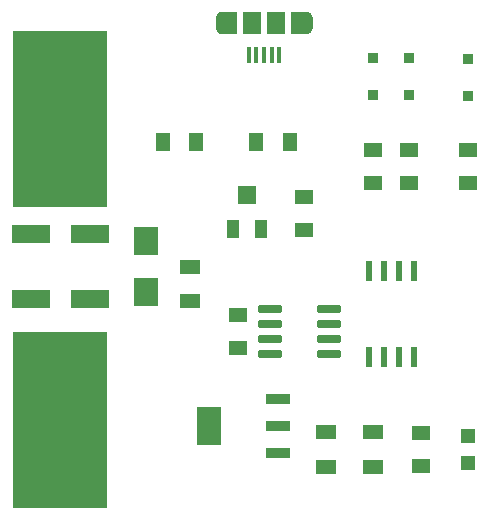
<source format=gtp>
G04*
G04 #@! TF.GenerationSoftware,Altium Limited,Altium Designer,21.0.9 (235)*
G04*
G04 Layer_Color=8421504*
%FSLAX25Y25*%
%MOIN*%
G70*
G04*
G04 #@! TF.SameCoordinates,F2DB6EBA-4697-400F-9171-178E4C064C3E*
G04*
G04*
G04 #@! TF.FilePolarity,Positive*
G04*
G01*
G75*
%ADD15C,0.01968*%
%ADD16R,0.01575X0.05315*%
%ADD17R,0.05906X0.07480*%
%ADD18R,0.04724X0.06496*%
G04:AMPARAMS|DCode=19|XSize=67.32mil|YSize=22.84mil|CornerRadius=2.85mil|HoleSize=0mil|Usage=FLASHONLY|Rotation=270.000|XOffset=0mil|YOffset=0mil|HoleType=Round|Shape=RoundedRectangle|*
%AMROUNDEDRECTD19*
21,1,0.06732,0.01713,0,0,270.0*
21,1,0.06161,0.02284,0,0,270.0*
1,1,0.00571,-0.00856,-0.03081*
1,1,0.00571,-0.00856,0.03081*
1,1,0.00571,0.00856,0.03081*
1,1,0.00571,0.00856,-0.03081*
%
%ADD19ROUNDEDRECTD19*%
%ADD20R,0.08465X0.03740*%
%ADD21R,0.08465X0.12795*%
G04:AMPARAMS|DCode=22|XSize=77.56mil|YSize=23.62mil|CornerRadius=2.95mil|HoleSize=0mil|Usage=FLASHONLY|Rotation=180.000|XOffset=0mil|YOffset=0mil|HoleType=Round|Shape=RoundedRectangle|*
%AMROUNDEDRECTD22*
21,1,0.07756,0.01772,0,0,180.0*
21,1,0.07165,0.02362,0,0,180.0*
1,1,0.00591,-0.03583,0.00886*
1,1,0.00591,0.03583,0.00886*
1,1,0.00591,0.03583,-0.00886*
1,1,0.00591,-0.03583,-0.00886*
%
%ADD22ROUNDEDRECTD22*%
%ADD23R,0.05118X0.04528*%
%ADD24R,0.12795X0.06496*%
%ADD25R,0.31496X0.59055*%
%ADD26R,0.06496X0.04724*%
%ADD27R,0.07087X0.05118*%
%ADD28R,0.04331X0.06299*%
%ADD29R,0.06299X0.06299*%
%ADD30R,0.08465X0.09646*%
%ADD31R,0.03740X0.03543*%
G36*
X197441Y390354D02*
X195473D01*
X195472Y393898D01*
X197441D01*
Y390354D01*
D02*
G37*
G36*
X202559Y388386D02*
X197441D01*
Y395866D01*
X202559D01*
Y388386D01*
D02*
G37*
G36*
X225787D02*
X220669D01*
Y395866D01*
X225787D01*
Y388386D01*
D02*
G37*
G36*
X227756Y390354D02*
X225787D01*
Y393898D01*
X227756D01*
X227756Y390354D01*
D02*
G37*
D15*
X197835Y389452D02*
X198425Y390354D01*
X197835Y391256D02*
X196902Y391178D01*
X196457Y390354D01*
X196902Y389531D01*
X197835Y389452D01*
X198425Y390354D02*
X197835Y391256D01*
X226772Y393898D02*
X226279Y394750D01*
X225295D01*
X224803Y393898D01*
X225295Y393045D01*
X226279D01*
X226772Y393898D01*
Y390354D02*
X226279Y391207D01*
X225295D01*
X224803Y390354D01*
X225295Y389502D01*
X226279D01*
X226772Y390354D01*
X198425Y393898D02*
X197933Y394750D01*
X196949D01*
X196457Y393898D01*
X196949Y393045D01*
X197933D01*
X198425Y393898D01*
D16*
X216732Y381496D02*
D03*
X214173D02*
D03*
X211614D02*
D03*
X209055D02*
D03*
X206496D02*
D03*
D17*
X215551Y392126D02*
D03*
X207677D02*
D03*
D18*
X177953Y352362D02*
D03*
X188976D02*
D03*
X220079D02*
D03*
X209055D02*
D03*
D19*
X261437Y309567D02*
D03*
X256437D02*
D03*
X251437D02*
D03*
X246437D02*
D03*
Y280984D02*
D03*
X251437D02*
D03*
X256437D02*
D03*
X261437D02*
D03*
D20*
X216142Y248819D02*
D03*
Y257874D02*
D03*
Y266929D02*
D03*
D21*
X193307Y257874D02*
D03*
D22*
X213701Y281870D02*
D03*
Y286870D02*
D03*
Y291870D02*
D03*
Y296870D02*
D03*
X233150D02*
D03*
Y291870D02*
D03*
Y286870D02*
D03*
Y281870D02*
D03*
D23*
X279528Y245571D02*
D03*
Y254429D02*
D03*
D24*
X153544Y300098D02*
D03*
Y321949D02*
D03*
X133859Y300098D02*
D03*
Y321949D02*
D03*
D25*
X143701Y360236D02*
D03*
Y259842D02*
D03*
D26*
X202756Y283858D02*
D03*
Y294882D02*
D03*
X224803Y334252D02*
D03*
Y323228D02*
D03*
X279528Y338976D02*
D03*
Y350000D02*
D03*
X259842Y338976D02*
D03*
Y350000D02*
D03*
X248031Y338976D02*
D03*
Y350000D02*
D03*
X263779Y244488D02*
D03*
Y255512D02*
D03*
D27*
X187008Y299410D02*
D03*
Y310827D02*
D03*
X248031Y244291D02*
D03*
Y255709D02*
D03*
X232283D02*
D03*
Y244291D02*
D03*
D28*
X210433Y323425D02*
D03*
X201378D02*
D03*
D29*
X205906Y334842D02*
D03*
D30*
X172244Y319488D02*
D03*
Y302559D02*
D03*
D31*
X259842Y380512D02*
D03*
Y368110D02*
D03*
X279528Y380217D02*
D03*
Y367815D02*
D03*
X248031Y380512D02*
D03*
Y368110D02*
D03*
M02*

</source>
